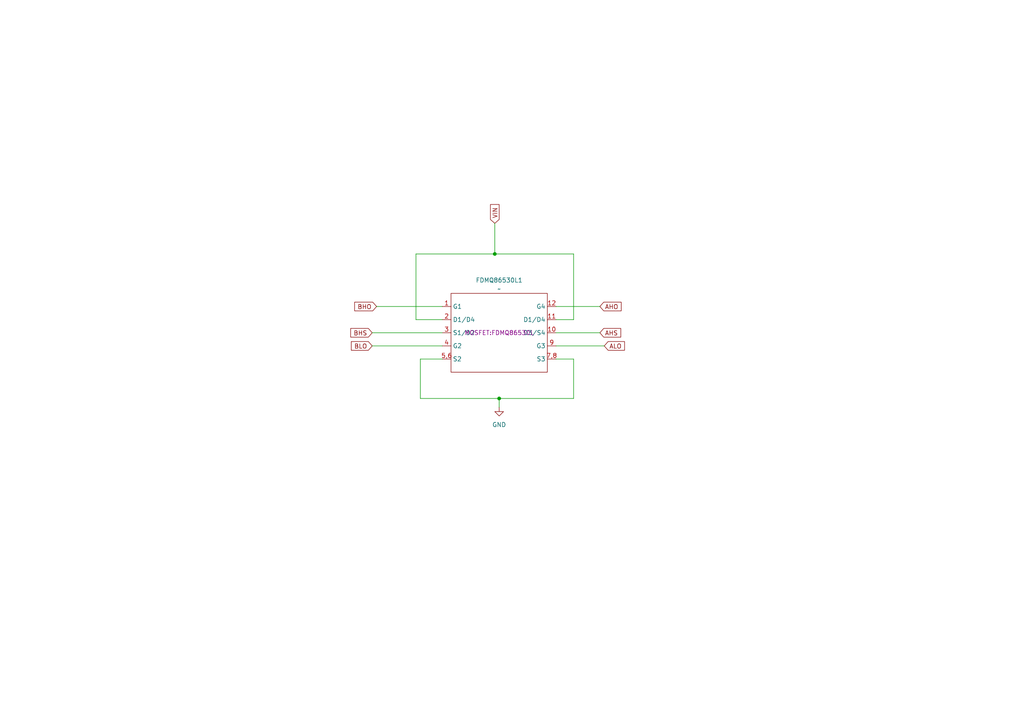
<source format=kicad_sch>
(kicad_sch (version 20231120) (generator "eeschema") (generator_version "8.0")
  (paper "A4")
  (lib_symbols
    (symbol "MOSFET:_FDMQ86530L"
      (property "Reference" "FDMQ86530L" (at 0 0 0))
      (symbol "_FDMQ86530L_0_1"
        (rectangle (start -13.97 11.43) (end 13.97 -11.43))
      )
      (symbol "_FDMQ86530L_1_1"
        (pin power_in line (at -16.51 7.62 0) (length 2.54) (name "G1") (number "1"))
        (pin power_in line (at 16.51 0 180) (length 2.54) (name "D3/S4") (number "10"))
        (pin power_in line (at 16.51 3.81 180) (length 2.54) (name "D1/D4") (number "11"))
        (pin power_in line (at 16.51 7.62 180) (length 2.54) (name "G4") (number "12"))
        (pin power_in line (at -16.51 3.81 0) (length 2.54) (name "D1/D4") (number "2"))
        (pin power_in line (at -16.51 0 0) (length 2.54) (name "S1/D2") (number "3"))
        (pin power_in line (at -16.51 -3.81 0) (length 2.54) (name "G2") (number "4"))
        (pin power_in line (at -16.51 -7.62 0) (length 2.54) (name "S2") (number "5,6"))
        (pin power_in line (at 16.51 -7.62 180) (length 2.54) (name "S3") (number "7,8"))
        (pin power_in line (at 16.51 -3.81 180) (length 2.54) (name "G3") (number "9"))
      )
    )
    (symbol "power:GND" (power) (pin_numbers hide) (pin_names (offset 0) hide)
      (property "Value" "GND" (at 0 -3.81 0))
      (symbol "GND_0_1"
        (polyline (pts (xy 0 0) (xy 0 -1.27) (xy 1.27 -1.27) (xy 0 -2.54) (xy -1.27 -1.27) (xy 0 -1.27)))
      )
      (symbol "GND_1_1"
        (pin power_in line (at 0 0 270) (length 0) (name "~") (number "1"))
      )
    )
  )
  (junction (at 143.51 73.66))
  (junction (at 144.78 115.57))
  (wire (pts (xy 166.37 104.14) (xy 161.29 104.14)))
  (wire (pts (xy 161.29 100.33) (xy 175.26 100.33)))
  (wire (pts (xy 128.27 104.14) (xy 121.92 104.14)))
  (wire (pts (xy 109.22 88.9) (xy 128.27 88.9)))
  (wire (pts (xy 120.65 73.66) (xy 143.51 73.66)))
  (wire (pts (xy 121.92 115.57) (xy 144.78 115.57)))
  (wire (pts (xy 107.95 96.52) (xy 128.27 96.52)))
  (wire (pts (xy 144.78 115.57) (xy 166.37 115.57)))
  (wire (pts (xy 161.29 88.9) (xy 173.99 88.9)))
  (wire (pts (xy 161.29 96.52) (xy 173.99 96.52)))
  (wire (pts (xy 166.37 73.66) (xy 166.37 92.71)))
  (wire (pts (xy 107.95 100.33) (xy 128.27 100.33)))
  (wire (pts (xy 143.51 73.66) (xy 166.37 73.66)))
  (wire (pts (xy 166.37 92.71) (xy 161.29 92.71)))
  (wire (pts (xy 144.78 118.11) (xy 144.78 115.57)))
  (wire (pts (xy 121.92 104.14) (xy 121.92 115.57)))
  (wire (pts (xy 143.51 64.77) (xy 143.51 73.66)))
  (wire (pts (xy 120.65 92.71) (xy 120.65 73.66)))
  (wire (pts (xy 166.37 115.57) (xy 166.37 104.14)))
  (wire (pts (xy 128.27 92.71) (xy 120.65 92.71)))
  (global_label "ALO" (shape input) (at 175.26 100.33 0) (property "Intersheetrefs" "${INTERSHEET_REFS}" (effects (hide yes))))
  (global_label "AHS" (shape input) (at 173.99 96.52 0) (property "Intersheetrefs" "${INTERSHEET_REFS}" (effects (hide yes))))
  (global_label "BHO" (shape input) (at 109.22 88.9 180) (property "Intersheetrefs" "${INTERSHEET_REFS}" (effects (hide yes))))
  (global_label "BLO" (shape input) (at 107.95 100.33 180) (property "Intersheetrefs" "${INTERSHEET_REFS}" (effects (hide yes))))
  (global_label "VIN" (shape input) (at 143.51 64.77 90) (property "Intersheetrefs" "${INTERSHEET_REFS}" (effects (hide yes))))
  (global_label "AHO" (shape input) (at 173.99 88.9 0) (property "Intersheetrefs" "${INTERSHEET_REFS}" (effects (hide yes))))
  (global_label "BHS" (shape input) (at 107.95 96.52 180) (property "Intersheetrefs" "${INTERSHEET_REFS}" (effects (hide yes))))
  (symbol (lib_id "power:GND") (at 144.78 118.11 0) (unit 1)
    (property "Reference" "#PWR04" (effects (hide yes)))
    (property "Value" "GND" (at 144.78 123.19 0))
    (property "Description" "Power symbol creates a global label with name \"GND\" , ground" (effects (hide yes)))
  )
  (symbol (lib_id "MOSFET:_FDMQ86530L") (at 144.78 96.52 0) (unit 1)
    (property "Reference" "FDMQ86530L1" (at 144.78 81.28 0))
    (property "Value" "~" (at 144.78 83.82 0))
    (property "Footprint" "MOSFET:FDMQ86530L" (at 144.78 96.52 0))
  )
)
</source>
